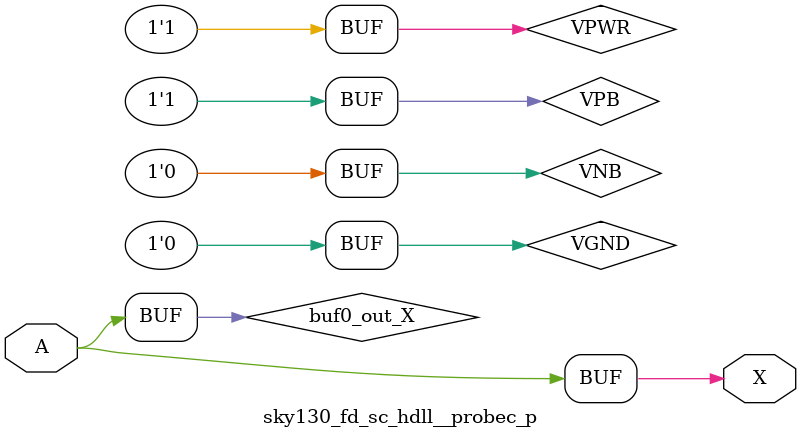
<source format=v>
/*
 * Copyright 2020 The SkyWater PDK Authors
 *
 * Licensed under the Apache License, Version 2.0 (the "License");
 * you may not use this file except in compliance with the License.
 * You may obtain a copy of the License at
 *
 *     https://www.apache.org/licenses/LICENSE-2.0
 *
 * Unless required by applicable law or agreed to in writing, software
 * distributed under the License is distributed on an "AS IS" BASIS,
 * WITHOUT WARRANTIES OR CONDITIONS OF ANY KIND, either express or implied.
 * See the License for the specific language governing permissions and
 * limitations under the License.
 *
 * SPDX-License-Identifier: Apache-2.0
*/


`ifndef SKY130_FD_SC_HDLL__PROBEC_P_BEHAVIORAL_V
`define SKY130_FD_SC_HDLL__PROBEC_P_BEHAVIORAL_V

/**
 * probec_p: Virtual current probe point.
 *
 * Verilog simulation functional model.
 */

`timescale 1ns / 1ps
`default_nettype none

`celldefine
module sky130_fd_sc_hdll__probec_p (
    X,
    A
);

    // Module ports
    output X;
    input  A;

    // Module supplies
    supply1 VPWR;
    supply0 VGND;
    supply1 VPB ;
    supply0 VNB ;

    // Local signals
    wire buf0_out_X;

    //  Name  Output      Other arguments
    buf buf0 (buf0_out_X, A              );
    buf buf1 (X         , buf0_out_X     );

endmodule
`endcelldefine

`default_nettype wire
`endif  // SKY130_FD_SC_HDLL__PROBEC_P_BEHAVIORAL_V
</source>
